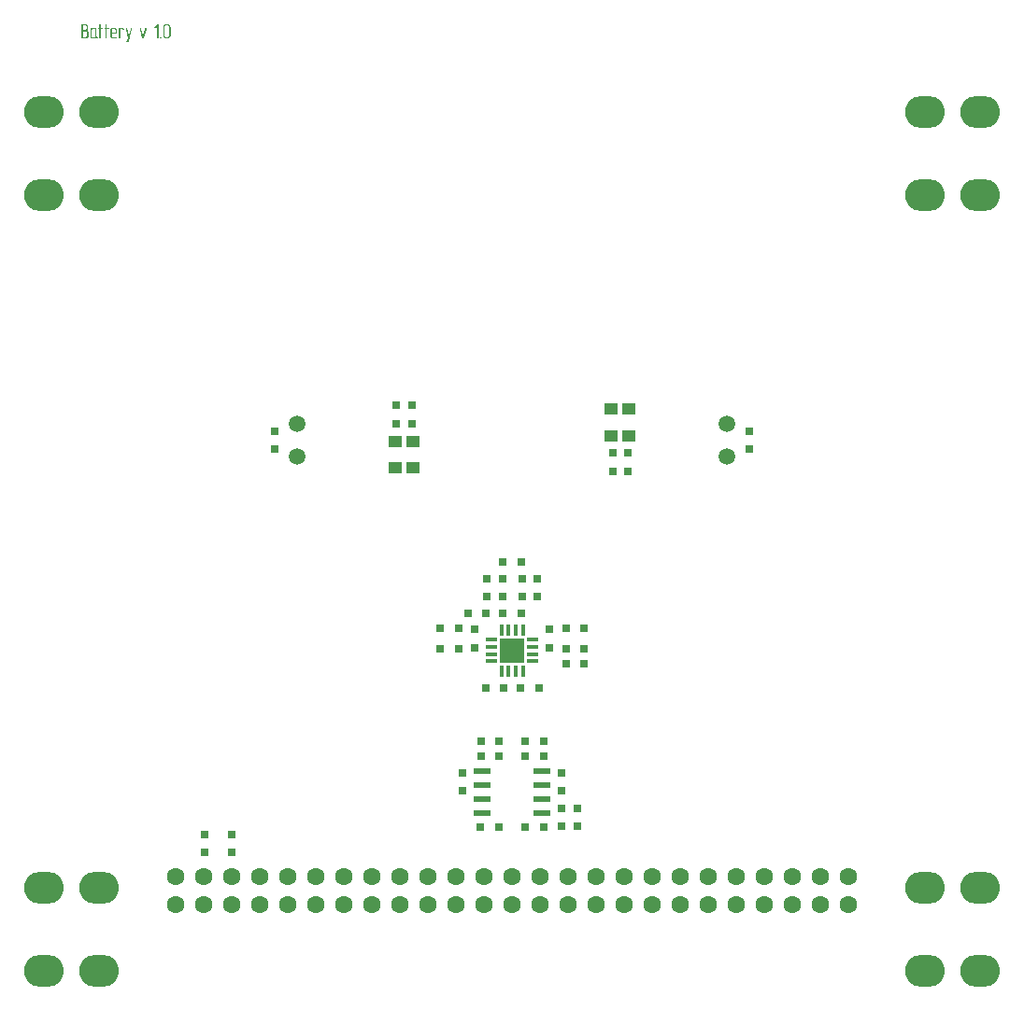
<source format=gts>
G04*
G04 #@! TF.GenerationSoftware,Altium Limited,Altium Designer,22.1.2 (22)*
G04*
G04 Layer_Color=8388736*
%FSAX44Y44*%
%MOMM*%
G71*
G04*
G04 #@! TF.SameCoordinates,F43461BC-9A11-44EE-9FD3-1ED57B95CCFA*
G04*
G04*
G04 #@! TF.FilePolarity,Negative*
G04*
G01*
G75*
%ADD15R,1.3000X1.0000*%
%ADD16R,0.8000X0.8000*%
%ADD17R,0.8000X0.8000*%
%ADD18R,1.5500X0.6000*%
%ADD19R,0.9900X0.3400*%
%ADD20R,0.3400X0.9900*%
%ADD21R,2.1600X2.1600*%
%ADD22O,3.6000X2.9000*%
%ADD23C,1.6000*%
%ADD24C,1.5000*%
G36*
X00116528Y00874722D02*
X00116695Y00874685D01*
X00116880Y00874648D01*
X00117084Y00874574D01*
X00117306Y00874481D01*
X00117510Y00874351D01*
X00117528Y00874333D01*
X00117602Y00874277D01*
X00117695Y00874203D01*
X00117824Y00874092D01*
X00117954Y00873944D01*
X00118084Y00873777D01*
X00118195Y00873574D01*
X00118287Y00873370D01*
Y00873352D01*
X00118306Y00873315D01*
Y00873240D01*
Y00873129D01*
Y00873111D01*
Y00873092D01*
X00118287Y00872981D01*
X00118213Y00872833D01*
X00118176Y00872759D01*
X00118102Y00872685D01*
X00118065Y00872666D01*
X00117972Y00872611D01*
X00117824Y00872537D01*
X00117639Y00872518D01*
X00117565D01*
X00117491Y00872537D01*
X00117399Y00872574D01*
X00117287Y00872629D01*
X00117195Y00872703D01*
X00117102Y00872796D01*
X00117028Y00872944D01*
Y00872963D01*
X00117010Y00872981D01*
X00116973Y00873074D01*
X00116861Y00873222D01*
X00116769Y00873296D01*
X00116676Y00873370D01*
X00116658Y00873389D01*
X00116584Y00873426D01*
X00116454Y00873444D01*
X00116287Y00873463D01*
X00114695D01*
Y00865871D01*
Y00865852D01*
X00114677Y00865778D01*
X00114658Y00865667D01*
X00114621Y00865556D01*
X00114528Y00865445D01*
X00114417Y00865334D01*
X00114251Y00865260D01*
X00114029Y00865241D01*
X00113991D01*
X00113862Y00865260D01*
X00113714Y00865315D01*
X00113566Y00865408D01*
X00113547Y00865445D01*
X00113491Y00865537D01*
X00113417Y00865667D01*
X00113399Y00865871D01*
Y00874092D01*
Y00874129D01*
X00113417Y00874203D01*
X00113436Y00874296D01*
X00113473Y00874426D01*
X00113547Y00874537D01*
X00113658Y00874648D01*
X00113825Y00874722D01*
X00114029Y00874740D01*
X00116399D01*
X00116528Y00874722D01*
D02*
G37*
G36*
X00137970D02*
X00138119Y00874666D01*
X00138285Y00874574D01*
X00138304D01*
X00138322Y00874537D01*
X00138396Y00874463D01*
X00138452Y00874314D01*
X00138489Y00874222D01*
Y00874111D01*
Y00874074D01*
Y00874018D01*
X00138470Y00873944D01*
X00138452Y00873888D01*
X00136174Y00865760D01*
Y00865741D01*
X00136137Y00865686D01*
X00136100Y00865593D01*
X00136045Y00865500D01*
X00135952Y00865389D01*
X00135841Y00865315D01*
X00135693Y00865241D01*
X00135526Y00865223D01*
X00135489D01*
X00135415Y00865241D01*
X00135286Y00865278D01*
X00135156Y00865352D01*
X00135137Y00865371D01*
X00135063Y00865445D01*
X00135008Y00865537D01*
X00134971Y00865630D01*
X00132656Y00873888D01*
Y00873907D01*
X00132638Y00873925D01*
X00132619Y00874000D01*
Y00874111D01*
Y00874129D01*
Y00874166D01*
X00132638Y00874277D01*
X00132693Y00874407D01*
X00132804Y00874555D01*
X00132823D01*
X00132841Y00874592D01*
X00132934Y00874648D01*
X00133082Y00874703D01*
X00133267Y00874740D01*
X00133341D01*
X00133415Y00874722D01*
X00133526Y00874685D01*
X00133619Y00874629D01*
X00133730Y00874537D01*
X00133823Y00874426D01*
X00133897Y00874259D01*
X00135545Y00867815D01*
X00137211Y00874259D01*
Y00874277D01*
X00137230Y00874333D01*
X00137267Y00874407D01*
X00137322Y00874500D01*
X00137396Y00874592D01*
X00137507Y00874666D01*
X00137656Y00874722D01*
X00137822Y00874740D01*
X00137859D01*
X00137970Y00874722D01*
D02*
G37*
G36*
X00125120D02*
X00125268Y00874666D01*
X00125435Y00874555D01*
X00125453D01*
X00125472Y00874518D01*
X00125546Y00874426D01*
X00125601Y00874277D01*
X00125638Y00874185D01*
Y00874092D01*
Y00874074D01*
Y00874037D01*
X00125601Y00873907D01*
X00122676Y00863001D01*
Y00862982D01*
X00122639Y00862908D01*
X00122602Y00862797D01*
X00122528Y00862667D01*
X00122435Y00862519D01*
X00122324Y00862353D01*
X00122157Y00862186D01*
X00121972Y00862019D01*
X00121954Y00862001D01*
X00121880Y00861945D01*
X00121768Y00861890D01*
X00121602Y00861816D01*
X00121417Y00861723D01*
X00121213Y00861667D01*
X00120972Y00861612D01*
X00120713Y00861593D01*
X00120361D01*
X00120232Y00861612D01*
X00120083Y00861667D01*
X00119935Y00861779D01*
X00119917Y00861816D01*
X00119861Y00861908D01*
X00119787Y00862038D01*
X00119769Y00862223D01*
Y00862242D01*
Y00862260D01*
X00119787Y00862371D01*
X00119843Y00862519D01*
X00119935Y00862686D01*
X00119972Y00862723D01*
X00120065Y00862778D01*
X00120195Y00862834D01*
X00120398Y00862871D01*
X00120731D01*
X00120806Y00862890D01*
X00120898Y00862908D01*
X00121009Y00862945D01*
X00121139Y00863019D01*
X00121269Y00863130D01*
X00121361Y00863260D01*
X00121454Y00863464D01*
X00122083Y00865778D01*
X00119806Y00873870D01*
Y00873888D01*
X00119787Y00873907D01*
X00119769Y00873981D01*
Y00874111D01*
Y00874129D01*
Y00874166D01*
X00119787Y00874277D01*
X00119843Y00874407D01*
X00119954Y00874555D01*
X00119972D01*
X00119991Y00874592D01*
X00120083Y00874648D01*
X00120232Y00874703D01*
X00120417Y00874740D01*
X00120491D01*
X00120583Y00874722D01*
X00120676Y00874685D01*
X00120787Y00874648D01*
X00120880Y00874574D01*
X00120972Y00874463D01*
X00121028Y00874333D01*
X00122731Y00867704D01*
X00124342Y00874240D01*
Y00874259D01*
X00124361Y00874314D01*
X00124398Y00874407D01*
X00124472Y00874500D01*
X00124546Y00874574D01*
X00124657Y00874666D01*
X00124805Y00874722D01*
X00124972Y00874740D01*
X00125009D01*
X00125120Y00874722D01*
D02*
G37*
G36*
X00157709Y00878388D02*
X00157820Y00878370D01*
X00157950Y00878351D01*
X00158246Y00878258D01*
X00158579Y00878129D01*
X00158765Y00878036D01*
X00158950Y00877925D01*
X00159135Y00877795D01*
X00159320Y00877647D01*
X00159487Y00877481D01*
X00159672Y00877277D01*
X00159690D01*
X00159709Y00877259D01*
X00159802Y00877166D01*
X00159931Y00877018D01*
X00160079Y00876833D01*
X00160209Y00876573D01*
X00160338Y00876259D01*
X00160431Y00875888D01*
X00160468Y00875685D01*
Y00875462D01*
Y00868148D01*
Y00868130D01*
Y00868093D01*
Y00868037D01*
X00160450Y00867945D01*
Y00867852D01*
X00160431Y00867722D01*
X00160357Y00867445D01*
X00160264Y00867111D01*
X00160098Y00866778D01*
X00159894Y00866426D01*
X00159746Y00866260D01*
X00159598Y00866093D01*
X00159579D01*
X00159561Y00866056D01*
X00159505Y00866019D01*
X00159450Y00865963D01*
X00159264Y00865815D01*
X00159024Y00865667D01*
X00158709Y00865519D01*
X00158357Y00865371D01*
X00157950Y00865278D01*
X00157728Y00865260D01*
X00157506Y00865241D01*
X00156487D01*
X00156395Y00865260D01*
X00156283D01*
X00156172Y00865278D01*
X00155876Y00865352D01*
X00155561Y00865445D01*
X00155209Y00865593D01*
X00154858Y00865797D01*
X00154691Y00865926D01*
X00154524Y00866075D01*
Y00866093D01*
X00154487Y00866112D01*
X00154450Y00866167D01*
X00154395Y00866223D01*
X00154265Y00866408D01*
X00154117Y00866648D01*
X00153950Y00866963D01*
X00153821Y00867315D01*
X00153728Y00867704D01*
X00153709Y00867926D01*
X00153691Y00868148D01*
Y00875462D01*
Y00875481D01*
Y00875518D01*
Y00875574D01*
X00153709Y00875666D01*
Y00875777D01*
X00153747Y00875888D01*
X00153802Y00876185D01*
X00153913Y00876518D01*
X00154061Y00876870D01*
X00154284Y00877240D01*
X00154413Y00877425D01*
X00154561Y00877592D01*
X00154580Y00877610D01*
X00154598Y00877629D01*
X00154709Y00877721D01*
X00154876Y00877851D01*
X00155117Y00877999D01*
X00155413Y00878147D01*
X00155765Y00878277D01*
X00156154Y00878370D01*
X00156376Y00878407D01*
X00157635D01*
X00157709Y00878388D01*
D02*
G37*
G36*
X00151710Y00866500D02*
X00151802Y00866482D01*
X00151932Y00866445D01*
X00152062Y00866352D01*
X00152154Y00866241D01*
X00152228Y00866093D01*
X00152265Y00865871D01*
Y00865852D01*
Y00865834D01*
X00152247Y00865723D01*
X00152191Y00865575D01*
X00152080Y00865426D01*
X00152043Y00865389D01*
X00151951Y00865334D01*
X00151802Y00865278D01*
X00151599Y00865241D01*
X00151543D01*
X00151432Y00865260D01*
X00151284Y00865315D01*
X00151136Y00865408D01*
X00151117Y00865445D01*
X00151062Y00865537D01*
X00150988Y00865686D01*
X00150969Y00865871D01*
Y00865889D01*
Y00865908D01*
X00150988Y00866019D01*
X00151043Y00866167D01*
X00151136Y00866315D01*
Y00866334D01*
X00151173Y00866352D01*
X00151265Y00866426D01*
X00151395Y00866482D01*
X00151488Y00866519D01*
X00151636D01*
X00151710Y00866500D01*
D02*
G37*
G36*
X00148969Y00878370D02*
X00149117Y00878314D01*
X00149284Y00878203D01*
X00149303D01*
X00149321Y00878166D01*
X00149395Y00878092D01*
X00149451Y00877944D01*
X00149488Y00877851D01*
Y00877740D01*
Y00865871D01*
Y00865852D01*
Y00865815D01*
X00149469Y00865760D01*
Y00865686D01*
X00149395Y00865537D01*
X00149358Y00865463D01*
X00149284Y00865389D01*
X00149247Y00865371D01*
X00149155Y00865315D01*
X00149025Y00865260D01*
X00148840Y00865241D01*
X00148803D01*
X00148673Y00865260D01*
X00148525Y00865315D01*
X00148377Y00865408D01*
X00148340Y00865445D01*
X00148284Y00865537D01*
X00148229Y00865667D01*
X00148192Y00865871D01*
Y00876481D01*
X00146562Y00874555D01*
X00146525Y00874518D01*
X00146433Y00874463D01*
X00146284Y00874407D01*
X00146099Y00874370D01*
X00146062D01*
X00145951Y00874388D01*
X00145803Y00874444D01*
X00145636Y00874555D01*
X00145599Y00874592D01*
X00145544Y00874685D01*
X00145488Y00874833D01*
X00145451Y00875018D01*
Y00875036D01*
Y00875055D01*
X00145470Y00875166D01*
X00145544Y00875314D01*
X00145581Y00875388D01*
X00145655Y00875462D01*
X00148395Y00878203D01*
X00148432Y00878240D01*
X00148506Y00878295D01*
X00148636Y00878351D01*
X00148821Y00878388D01*
X00148858D01*
X00148969Y00878370D01*
D02*
G37*
G36*
X00110214Y00874703D02*
X00110399Y00874666D01*
X00110640Y00874592D01*
X00110881Y00874500D01*
X00111121Y00874351D01*
X00111344Y00874148D01*
X00111362Y00874129D01*
X00111436Y00874037D01*
X00111529Y00873925D01*
X00111640Y00873759D01*
X00111751Y00873537D01*
X00111844Y00873296D01*
X00111918Y00873018D01*
X00111936Y00872703D01*
Y00869982D01*
Y00869963D01*
X00111918Y00869889D01*
X00111899Y00869778D01*
X00111844Y00869667D01*
X00111769Y00869556D01*
X00111640Y00869445D01*
X00111473Y00869370D01*
X00111251Y00869352D01*
X00107362D01*
Y00867241D01*
Y00867223D01*
Y00867186D01*
X00107381Y00867130D01*
Y00867056D01*
X00107455Y00866889D01*
X00107492Y00866797D01*
X00107566Y00866723D01*
X00107585D01*
X00107603Y00866685D01*
X00107696Y00866630D01*
X00107862Y00866556D01*
X00107955Y00866537D01*
X00108048Y00866519D01*
X00111288D01*
X00111362Y00866500D01*
X00111455Y00866482D01*
X00111584Y00866445D01*
X00111714Y00866352D01*
X00111806Y00866241D01*
X00111881Y00866093D01*
X00111918Y00865871D01*
Y00865852D01*
Y00865834D01*
X00111899Y00865723D01*
X00111844Y00865574D01*
X00111751Y00865426D01*
X00111714Y00865389D01*
X00111621Y00865334D01*
X00111473Y00865278D01*
X00111251Y00865241D01*
X00108029D01*
X00107918Y00865260D01*
X00107770Y00865278D01*
X00107566Y00865315D01*
X00107325Y00865389D01*
X00107085Y00865482D01*
X00106844Y00865630D01*
X00106622Y00865815D01*
X00106603Y00865834D01*
X00106529Y00865926D01*
X00106455Y00866038D01*
X00106344Y00866204D01*
X00106251Y00866426D01*
X00106159Y00866667D01*
X00106085Y00866945D01*
X00106066Y00867260D01*
Y00872722D01*
Y00872740D01*
Y00872796D01*
Y00872870D01*
X00106085Y00872963D01*
X00106122Y00873203D01*
X00106215Y00873481D01*
Y00873500D01*
X00106251Y00873537D01*
X00106270Y00873611D01*
X00106326Y00873703D01*
X00106455Y00873907D01*
X00106622Y00874129D01*
X00106640Y00874148D01*
X00106677Y00874185D01*
X00106733Y00874222D01*
X00106807Y00874296D01*
X00107011Y00874426D01*
X00107251Y00874574D01*
X00107270D01*
X00107325Y00874592D01*
X00107400Y00874629D01*
X00107492Y00874666D01*
X00107622Y00874685D01*
X00107751Y00874722D01*
X00108066Y00874740D01*
X00110047D01*
X00110214Y00874703D01*
D02*
G37*
G36*
X00102270Y00878388D02*
X00102419Y00878333D01*
X00102567Y00878221D01*
X00102585D01*
X00102604Y00878184D01*
X00102678Y00878092D01*
X00102733Y00877944D01*
X00102770Y00877851D01*
Y00877740D01*
Y00874740D01*
X00104048D01*
X00104141Y00874703D01*
X00104270Y00874666D01*
X00104400Y00874592D01*
X00104492Y00874481D01*
X00104566Y00874314D01*
X00104604Y00874111D01*
Y00874092D01*
Y00874074D01*
X00104585Y00873963D01*
X00104529Y00873814D01*
X00104418Y00873648D01*
X00104381Y00873611D01*
X00104289Y00873555D01*
X00104141Y00873500D01*
X00103937Y00873463D01*
X00102770D01*
Y00865871D01*
Y00865852D01*
X00102752Y00865778D01*
X00102733Y00865667D01*
X00102696Y00865556D01*
X00102604Y00865445D01*
X00102493Y00865334D01*
X00102326Y00865260D01*
X00102104Y00865241D01*
X00102067D01*
X00101956Y00865260D01*
X00101807Y00865315D01*
X00101659Y00865408D01*
X00101622Y00865445D01*
X00101567Y00865537D01*
X00101511Y00865667D01*
X00101474Y00865871D01*
Y00873463D01*
X00101159D01*
X00101048Y00873481D01*
X00100900Y00873537D01*
X00100752Y00873648D01*
Y00873666D01*
X00100734Y00873685D01*
X00100678Y00873777D01*
X00100604Y00873925D01*
X00100585Y00874111D01*
Y00874129D01*
Y00874148D01*
X00100604Y00874259D01*
X00100660Y00874388D01*
X00100752Y00874537D01*
Y00874555D01*
X00100789Y00874574D01*
X00100882Y00874648D01*
X00101011Y00874703D01*
X00101104Y00874740D01*
X00101474D01*
Y00877740D01*
Y00877758D01*
Y00877795D01*
X00101493Y00877907D01*
X00101548Y00878073D01*
X00101659Y00878221D01*
X00101696Y00878258D01*
X00101789Y00878314D01*
X00101919Y00878370D01*
X00102104Y00878407D01*
X00102159D01*
X00102270Y00878388D01*
D02*
G37*
G36*
X00096771D02*
X00096919Y00878333D01*
X00097067Y00878221D01*
X00097086D01*
X00097104Y00878184D01*
X00097178Y00878092D01*
X00097234Y00877944D01*
X00097271Y00877851D01*
Y00877740D01*
Y00874740D01*
X00098549D01*
X00098641Y00874703D01*
X00098771Y00874666D01*
X00098900Y00874592D01*
X00098993Y00874481D01*
X00099067Y00874314D01*
X00099104Y00874111D01*
Y00874092D01*
Y00874074D01*
X00099086Y00873963D01*
X00099030Y00873814D01*
X00098919Y00873648D01*
X00098882Y00873611D01*
X00098789Y00873555D01*
X00098641Y00873500D01*
X00098438Y00873463D01*
X00097271D01*
Y00865871D01*
Y00865852D01*
X00097252Y00865778D01*
X00097234Y00865667D01*
X00097197Y00865556D01*
X00097104Y00865445D01*
X00096993Y00865334D01*
X00096827Y00865260D01*
X00096604Y00865241D01*
X00096567D01*
X00096456Y00865260D01*
X00096308Y00865315D01*
X00096160Y00865408D01*
X00096123Y00865445D01*
X00096067Y00865537D01*
X00096012Y00865667D01*
X00095975Y00865871D01*
Y00873463D01*
X00095660D01*
X00095549Y00873481D01*
X00095401Y00873537D01*
X00095253Y00873648D01*
Y00873666D01*
X00095234Y00873685D01*
X00095179Y00873777D01*
X00095105Y00873925D01*
X00095086Y00874111D01*
Y00874129D01*
Y00874148D01*
X00095105Y00874259D01*
X00095160Y00874388D01*
X00095253Y00874537D01*
Y00874555D01*
X00095290Y00874574D01*
X00095382Y00874648D01*
X00095512Y00874703D01*
X00095604Y00874740D01*
X00095975D01*
Y00877740D01*
Y00877758D01*
Y00877795D01*
X00095993Y00877907D01*
X00096049Y00878073D01*
X00096160Y00878221D01*
X00096197Y00878258D01*
X00096290Y00878314D01*
X00096419Y00878370D01*
X00096604Y00878407D01*
X00096660D01*
X00096771Y00878388D01*
D02*
G37*
G36*
X00083106D02*
X00083328Y00878370D01*
X00083606Y00878314D01*
X00083902Y00878203D01*
X00084235Y00878055D01*
X00084550Y00877870D01*
X00084698Y00877740D01*
X00084828Y00877592D01*
X00084846Y00877573D01*
X00084865Y00877555D01*
X00084920Y00877499D01*
X00084976Y00877425D01*
X00085143Y00877240D01*
X00085328Y00876981D01*
X00085513Y00876666D01*
X00085680Y00876296D01*
X00085791Y00875907D01*
X00085809Y00875685D01*
X00085828Y00875462D01*
Y00874555D01*
Y00874518D01*
Y00874444D01*
X00085809Y00874314D01*
X00085791Y00874148D01*
X00085754Y00873963D01*
X00085698Y00873740D01*
X00085624Y00873518D01*
X00085531Y00873296D01*
X00085513Y00873278D01*
X00085476Y00873203D01*
X00085420Y00873092D01*
X00085328Y00872981D01*
X00085217Y00872833D01*
X00085105Y00872703D01*
X00084957Y00872574D01*
X00084809Y00872463D01*
X00084828Y00872444D01*
X00084920Y00872407D01*
X00085031Y00872352D01*
X00085161Y00872259D01*
X00085328Y00872129D01*
X00085513Y00871963D01*
X00085680Y00871759D01*
X00085846Y00871518D01*
X00085865Y00871481D01*
X00085920Y00871389D01*
X00085994Y00871259D01*
X00086068Y00871056D01*
X00086143Y00870833D01*
X00086216Y00870574D01*
X00086272Y00870296D01*
X00086291Y00869982D01*
Y00868148D01*
Y00868130D01*
Y00868093D01*
Y00868037D01*
X00086272Y00867945D01*
Y00867852D01*
X00086254Y00867722D01*
X00086180Y00867445D01*
X00086087Y00867130D01*
X00085920Y00866797D01*
X00085717Y00866445D01*
X00085569Y00866297D01*
X00085420Y00866130D01*
X00085402Y00866112D01*
X00085383Y00866093D01*
X00085328Y00866056D01*
X00085254Y00866000D01*
X00085069Y00865852D01*
X00084828Y00865686D01*
X00084513Y00865519D01*
X00084161Y00865389D01*
X00083772Y00865278D01*
X00083569Y00865260D01*
X00083347Y00865241D01*
X00080143D01*
X00080069Y00865260D01*
X00079958Y00865278D01*
X00079847Y00865315D01*
X00079736Y00865389D01*
X00079625Y00865500D01*
X00079551Y00865667D01*
X00079532Y00865871D01*
Y00877740D01*
Y00877777D01*
X00079551Y00877851D01*
X00079569Y00877944D01*
X00079606Y00878073D01*
X00079680Y00878203D01*
X00079791Y00878295D01*
X00079958Y00878370D01*
X00080162Y00878407D01*
X00083013D01*
X00083106Y00878388D01*
D02*
G37*
G36*
X00092938Y00874722D02*
X00093031Y00874703D01*
X00093160Y00874666D01*
X00093290Y00874574D01*
X00093383Y00874463D01*
X00093456Y00874314D01*
X00093494Y00874092D01*
Y00867260D01*
Y00867241D01*
Y00867223D01*
X00093512Y00867093D01*
X00093549Y00866926D01*
X00093623Y00866760D01*
X00093660Y00866723D01*
X00093734Y00866630D01*
X00093864Y00866537D01*
X00094049Y00866445D01*
X00094068D01*
X00094105Y00866426D01*
X00094179Y00866389D01*
X00094253Y00866334D01*
X00094308Y00866241D01*
X00094382Y00866149D01*
X00094419Y00866019D01*
X00094438Y00865871D01*
Y00865852D01*
Y00865834D01*
X00094419Y00865723D01*
X00094364Y00865574D01*
X00094253Y00865408D01*
X00094216Y00865371D01*
X00094142Y00865315D01*
X00093994Y00865260D01*
X00093808Y00865223D01*
X00093623D01*
X00093568Y00865241D01*
X00093531Y00865260D01*
X00093456Y00865297D01*
X00093308Y00865371D01*
X00093216Y00865445D01*
X00093105Y00865519D01*
X00093086D01*
X00093068Y00865537D01*
X00092975Y00865612D01*
X00092882Y00865723D01*
X00092845Y00865778D01*
X00092827Y00865852D01*
X00092809Y00865834D01*
X00092753Y00865760D01*
X00092642Y00865667D01*
X00092494Y00865556D01*
X00092290Y00865426D01*
X00092068Y00865334D01*
X00091790Y00865260D01*
X00091457Y00865241D01*
X00089587D01*
X00089475Y00865260D01*
X00089327Y00865278D01*
X00089124Y00865315D01*
X00088883Y00865389D01*
X00088642Y00865482D01*
X00088401Y00865630D01*
X00088179Y00865815D01*
X00088161Y00865834D01*
X00088087Y00865926D01*
X00087994Y00866038D01*
X00087902Y00866204D01*
X00087790Y00866426D01*
X00087698Y00866667D01*
X00087624Y00866945D01*
X00087605Y00867260D01*
Y00872740D01*
Y00872759D01*
Y00872814D01*
Y00872889D01*
X00087624Y00872981D01*
X00087661Y00873240D01*
X00087753Y00873500D01*
Y00873518D01*
X00087790Y00873555D01*
X00087809Y00873629D01*
X00087865Y00873722D01*
X00087994Y00873925D01*
X00088179Y00874148D01*
X00088198Y00874166D01*
X00088235Y00874203D01*
X00088290Y00874240D01*
X00088364Y00874314D01*
X00088568Y00874444D01*
X00088827Y00874574D01*
X00088846D01*
X00088901Y00874592D01*
X00088975Y00874629D01*
X00089068Y00874666D01*
X00089179Y00874685D01*
X00089327Y00874722D01*
X00089624Y00874740D01*
X00092864D01*
X00092938Y00874722D01*
D02*
G37*
%LPC*%
G36*
X00157506Y00877129D02*
X00156468D01*
X00156395Y00877110D01*
X00156191Y00877073D01*
X00155969Y00876999D01*
X00155950D01*
X00155913Y00876981D01*
X00155876Y00876944D01*
X00155802Y00876907D01*
X00155635Y00876796D01*
X00155450Y00876629D01*
Y00876610D01*
X00155413Y00876592D01*
X00155321Y00876481D01*
X00155209Y00876314D01*
X00155098Y00876111D01*
Y00876092D01*
X00155080Y00876055D01*
X00155061Y00875999D01*
X00155043Y00875925D01*
X00155006Y00875722D01*
X00154987Y00875462D01*
Y00868148D01*
Y00868130D01*
Y00868093D01*
Y00868019D01*
X00155006Y00867945D01*
X00155043Y00867722D01*
X00155098Y00867500D01*
Y00867482D01*
X00155117Y00867445D01*
X00155154Y00867389D01*
X00155191Y00867334D01*
X00155302Y00867149D01*
X00155450Y00866982D01*
X00155469D01*
X00155487Y00866945D01*
X00155598Y00866852D01*
X00155765Y00866741D01*
X00155969Y00866630D01*
X00155987D01*
X00156024Y00866611D01*
X00156080Y00866593D01*
X00156154Y00866574D01*
X00156357Y00866537D01*
X00156598Y00866519D01*
X00157635D01*
X00157765Y00866537D01*
X00157931Y00866574D01*
X00158117Y00866630D01*
X00158302Y00866704D01*
X00158505Y00866815D01*
X00158691Y00866963D01*
X00158709Y00866982D01*
X00158765Y00867056D01*
X00158839Y00867149D01*
X00158931Y00867278D01*
X00159024Y00867463D01*
X00159098Y00867667D01*
X00159153Y00867889D01*
X00159172Y00868148D01*
Y00875462D01*
Y00875481D01*
Y00875518D01*
Y00875574D01*
X00159153Y00875666D01*
X00159116Y00875851D01*
X00159042Y00876074D01*
Y00876092D01*
X00159024Y00876129D01*
X00158987Y00876185D01*
X00158950Y00876259D01*
X00158839Y00876425D01*
X00158672Y00876610D01*
X00158653Y00876629D01*
X00158635Y00876647D01*
X00158524Y00876740D01*
X00158357Y00876870D01*
X00158153Y00876981D01*
X00158135D01*
X00158098Y00876999D01*
X00158042Y00877036D01*
X00157968Y00877055D01*
X00157765Y00877110D01*
X00157506Y00877129D01*
D02*
G37*
G36*
X00110010Y00873463D02*
X00108011D01*
X00107881Y00873444D01*
X00107733Y00873370D01*
X00107640Y00873315D01*
X00107566Y00873240D01*
X00107529Y00873203D01*
X00107474Y00873092D01*
X00107400Y00872944D01*
X00107381Y00872833D01*
X00107362Y00872722D01*
Y00870630D01*
X00110640D01*
Y00872722D01*
Y00872740D01*
Y00872777D01*
X00110621Y00872833D01*
Y00872907D01*
X00110547Y00873074D01*
X00110492Y00873166D01*
X00110418Y00873240D01*
Y00873259D01*
X00110381Y00873278D01*
X00110270Y00873352D01*
X00110121Y00873426D01*
X00110010Y00873463D01*
D02*
G37*
G36*
X00082902Y00877129D02*
X00080828D01*
Y00872907D01*
X00083032D01*
X00083106Y00872926D01*
X00083309Y00872963D01*
X00083513Y00873037D01*
X00083532D01*
X00083569Y00873055D01*
X00083624Y00873092D01*
X00083698Y00873129D01*
X00083865Y00873240D01*
X00084032Y00873389D01*
X00084050Y00873407D01*
X00084069Y00873426D01*
X00084161Y00873555D01*
X00084291Y00873722D01*
X00084402Y00873925D01*
Y00873944D01*
X00084420Y00873981D01*
X00084439Y00874037D01*
X00084476Y00874111D01*
X00084513Y00874314D01*
X00084531Y00874555D01*
Y00875462D01*
Y00875481D01*
Y00875518D01*
Y00875592D01*
X00084513Y00875685D01*
X00084476Y00875888D01*
X00084402Y00876111D01*
Y00876129D01*
X00084383Y00876166D01*
X00084346Y00876222D01*
X00084309Y00876296D01*
X00084198Y00876462D01*
X00084032Y00876629D01*
X00084013Y00876647D01*
X00083995Y00876666D01*
X00083883Y00876759D01*
X00083717Y00876888D01*
X00083513Y00876999D01*
X00083495D01*
X00083458Y00877018D01*
X00083402Y00877036D01*
X00083328Y00877073D01*
X00083143Y00877110D01*
X00082902Y00877129D01*
D02*
G37*
G36*
X00083347Y00871629D02*
X00080828D01*
Y00866519D01*
X00083458D01*
X00083587Y00866537D01*
X00083754Y00866574D01*
X00083939Y00866630D01*
X00084143Y00866704D01*
X00084328Y00866815D01*
X00084513Y00866963D01*
X00084531Y00866982D01*
X00084587Y00867056D01*
X00084661Y00867149D01*
X00084754Y00867278D01*
X00084846Y00867463D01*
X00084920Y00867667D01*
X00084976Y00867889D01*
X00084994Y00868148D01*
Y00869982D01*
Y00870018D01*
Y00870111D01*
X00084976Y00870241D01*
X00084939Y00870407D01*
X00084883Y00870592D01*
X00084791Y00870778D01*
X00084680Y00870981D01*
X00084513Y00871167D01*
X00084494Y00871185D01*
X00084439Y00871241D01*
X00084328Y00871315D01*
X00084198Y00871407D01*
X00084032Y00871481D01*
X00083828Y00871555D01*
X00083606Y00871611D01*
X00083347Y00871629D01*
D02*
G37*
G36*
X00092197Y00873463D02*
X00089568D01*
X00089438Y00873444D01*
X00089272Y00873370D01*
X00089198Y00873315D01*
X00089105Y00873240D01*
X00089068Y00873203D01*
X00089012Y00873111D01*
X00088939Y00872944D01*
X00088920Y00872852D01*
X00088901Y00872740D01*
Y00867241D01*
Y00867223D01*
Y00867186D01*
X00088920Y00867130D01*
Y00867056D01*
X00088994Y00866889D01*
X00089031Y00866797D01*
X00089105Y00866723D01*
X00089124D01*
X00089142Y00866685D01*
X00089253Y00866630D01*
X00089401Y00866556D01*
X00089513Y00866537D01*
X00089605Y00866519D01*
X00091512D01*
X00091568Y00866537D01*
X00091642D01*
X00091809Y00866611D01*
X00091883Y00866648D01*
X00091975Y00866723D01*
X00091994Y00866741D01*
X00092012Y00866760D01*
X00092086Y00866871D01*
X00092160Y00867019D01*
X00092197Y00867130D01*
Y00867241D01*
Y00873463D01*
D02*
G37*
%LPD*%
D15*
X00576000Y00529000D02*
D03*
Y00505000D02*
D03*
X00560000Y00529000D02*
D03*
Y00505000D02*
D03*
X00380000Y00476000D02*
D03*
Y00500000D02*
D03*
X00364000Y00476000D02*
D03*
Y00500000D02*
D03*
D16*
X00191000Y00143250D02*
D03*
Y00126750D02*
D03*
X00216000Y00143250D02*
D03*
Y00126750D02*
D03*
X00575000Y00472750D02*
D03*
Y00489250D02*
D03*
X00561000Y00472750D02*
D03*
Y00489250D02*
D03*
X00685000Y00492750D02*
D03*
Y00509250D02*
D03*
X00255000D02*
D03*
Y00492750D02*
D03*
X00379000Y00532250D02*
D03*
Y00515750D02*
D03*
X00365000Y00532250D02*
D03*
Y00515750D02*
D03*
X00425000Y00199250D02*
D03*
Y00182750D02*
D03*
X00515000Y00167250D02*
D03*
Y00150750D02*
D03*
X00529000Y00150750D02*
D03*
Y00167250D02*
D03*
X00515000Y00199250D02*
D03*
Y00182750D02*
D03*
X00461000Y00375250D02*
D03*
Y00358750D02*
D03*
X00447000Y00358750D02*
D03*
Y00375250D02*
D03*
X00479000D02*
D03*
Y00358750D02*
D03*
X00493000Y00375250D02*
D03*
Y00358750D02*
D03*
X00504000Y00329250D02*
D03*
Y00312750D02*
D03*
X00436000D02*
D03*
Y00329250D02*
D03*
D17*
X00481750Y00150000D02*
D03*
X00498250D02*
D03*
X00441750Y00228000D02*
D03*
X00458250D02*
D03*
X00498250D02*
D03*
X00481750D02*
D03*
X00498250Y00214000D02*
D03*
X00481750D02*
D03*
X00441750D02*
D03*
X00458250D02*
D03*
X00458000Y00150000D02*
D03*
X00441500D02*
D03*
X00461750Y00390000D02*
D03*
X00478250D02*
D03*
X00461750Y00344000D02*
D03*
X00478250D02*
D03*
X00446500D02*
D03*
X00430000D02*
D03*
X00535250Y00330000D02*
D03*
X00518750D02*
D03*
X00535250Y00312000D02*
D03*
X00518750D02*
D03*
X00535250Y00298000D02*
D03*
X00518750D02*
D03*
X00494250Y00276000D02*
D03*
X00477750D02*
D03*
X00445750D02*
D03*
X00462250D02*
D03*
X00404750Y00330000D02*
D03*
X00421250D02*
D03*
X00404750Y00312000D02*
D03*
X00421250D02*
D03*
D18*
X00497000Y00201050D02*
D03*
Y00188350D02*
D03*
Y00175650D02*
D03*
Y00162950D02*
D03*
X00443000Y00201050D02*
D03*
Y00188350D02*
D03*
Y00175650D02*
D03*
Y00162950D02*
D03*
D19*
X00488600Y00319750D02*
D03*
Y00313250D02*
D03*
Y00306750D02*
D03*
Y00300250D02*
D03*
X00451400D02*
D03*
Y00306750D02*
D03*
Y00313250D02*
D03*
Y00319750D02*
D03*
D20*
X00460250Y00328600D02*
D03*
X00466750D02*
D03*
X00473250D02*
D03*
X00479750D02*
D03*
Y00291400D02*
D03*
X00473250D02*
D03*
X00466750D02*
D03*
X00460250D02*
D03*
D21*
X00470000Y00310000D02*
D03*
D22*
X00894000Y00094500D02*
D03*
Y00019500D02*
D03*
X00844000Y00094500D02*
D03*
Y00019500D02*
D03*
X00894000Y00798500D02*
D03*
Y00723500D02*
D03*
X00844000Y00798500D02*
D03*
Y00723500D02*
D03*
X00046000D02*
D03*
Y00798500D02*
D03*
X00096000Y00723500D02*
D03*
Y00798500D02*
D03*
X00046000Y00094500D02*
D03*
X00096000Y00019500D02*
D03*
Y00094500D02*
D03*
X00046000Y00019500D02*
D03*
D23*
X00266800Y00104700D02*
D03*
Y00079300D02*
D03*
X00292200Y00104700D02*
D03*
Y00079300D02*
D03*
X00317600Y00104700D02*
D03*
Y00079300D02*
D03*
X00343000Y00104700D02*
D03*
Y00079300D02*
D03*
X00368400Y00104700D02*
D03*
Y00079300D02*
D03*
X00393800Y00104700D02*
D03*
Y00079300D02*
D03*
X00419200Y00104700D02*
D03*
Y00079300D02*
D03*
X00444600Y00104700D02*
D03*
Y00079300D02*
D03*
X00470000Y00104700D02*
D03*
Y00079300D02*
D03*
X00495400Y00104700D02*
D03*
Y00079300D02*
D03*
X00520800Y00104700D02*
D03*
Y00079300D02*
D03*
X00546200Y00104700D02*
D03*
Y00079300D02*
D03*
X00571600Y00104700D02*
D03*
Y00079300D02*
D03*
X00597000Y00104700D02*
D03*
Y00079300D02*
D03*
X00622400Y00104700D02*
D03*
Y00079300D02*
D03*
X00647800Y00104700D02*
D03*
Y00079300D02*
D03*
X00673200Y00104700D02*
D03*
Y00079300D02*
D03*
X00698600Y00104700D02*
D03*
Y00079300D02*
D03*
X00724000Y00104700D02*
D03*
Y00079300D02*
D03*
X00749400Y00104700D02*
D03*
Y00079300D02*
D03*
X00774800Y00104700D02*
D03*
Y00079300D02*
D03*
X00216000Y00104700D02*
D03*
X00190600D02*
D03*
X00165200D02*
D03*
X00216000Y00079300D02*
D03*
X00190600D02*
D03*
X00165200D02*
D03*
X00241400Y00104700D02*
D03*
Y00079300D02*
D03*
D24*
X00665000Y00486000D02*
D03*
X00275000Y00516000D02*
D03*
X00665000Y00516000D02*
D03*
X00275000Y00486000D02*
D03*
M02*

</source>
